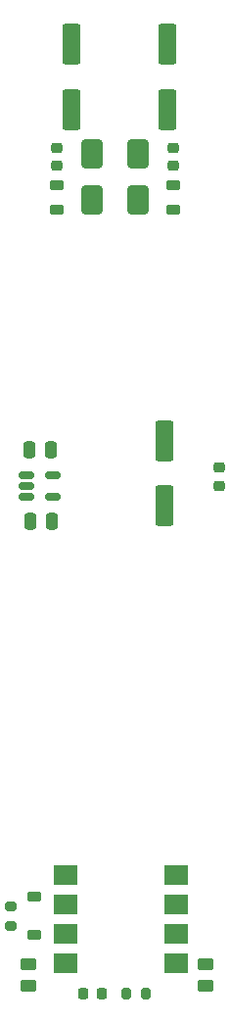
<source format=gbr>
%TF.GenerationSoftware,KiCad,Pcbnew,(7.0.0)*%
%TF.CreationDate,2023-05-21T11:17:02+02:00*%
%TF.ProjectId,midi-sync-module,6d696469-2d73-4796-9e63-2d6d6f64756c,rev?*%
%TF.SameCoordinates,Original*%
%TF.FileFunction,Paste,Bot*%
%TF.FilePolarity,Positive*%
%FSLAX46Y46*%
G04 Gerber Fmt 4.6, Leading zero omitted, Abs format (unit mm)*
G04 Created by KiCad (PCBNEW (7.0.0)) date 2023-05-21 11:17:02*
%MOMM*%
%LPD*%
G01*
G04 APERTURE LIST*
G04 Aperture macros list*
%AMRoundRect*
0 Rectangle with rounded corners*
0 $1 Rounding radius*
0 $2 $3 $4 $5 $6 $7 $8 $9 X,Y pos of 4 corners*
0 Add a 4 corners polygon primitive as box body*
4,1,4,$2,$3,$4,$5,$6,$7,$8,$9,$2,$3,0*
0 Add four circle primitives for the rounded corners*
1,1,$1+$1,$2,$3*
1,1,$1+$1,$4,$5*
1,1,$1+$1,$6,$7*
1,1,$1+$1,$8,$9*
0 Add four rect primitives between the rounded corners*
20,1,$1+$1,$2,$3,$4,$5,0*
20,1,$1+$1,$4,$5,$6,$7,0*
20,1,$1+$1,$6,$7,$8,$9,0*
20,1,$1+$1,$8,$9,$2,$3,0*%
G04 Aperture macros list end*
%ADD10RoundRect,0.250000X-0.550000X1.500000X-0.550000X-1.500000X0.550000X-1.500000X0.550000X1.500000X0*%
%ADD11RoundRect,0.218750X0.381250X-0.218750X0.381250X0.218750X-0.381250X0.218750X-0.381250X-0.218750X0*%
%ADD12RoundRect,0.250000X-0.450000X0.262500X-0.450000X-0.262500X0.450000X-0.262500X0.450000X0.262500X0*%
%ADD13RoundRect,0.225000X0.375000X-0.225000X0.375000X0.225000X-0.375000X0.225000X-0.375000X-0.225000X0*%
%ADD14RoundRect,0.200000X0.275000X-0.200000X0.275000X0.200000X-0.275000X0.200000X-0.275000X-0.200000X0*%
%ADD15RoundRect,0.150000X-0.512500X-0.150000X0.512500X-0.150000X0.512500X0.150000X-0.512500X0.150000X0*%
%ADD16RoundRect,0.250000X-0.650000X1.000000X-0.650000X-1.000000X0.650000X-1.000000X0.650000X1.000000X0*%
%ADD17RoundRect,0.200000X0.200000X0.275000X-0.200000X0.275000X-0.200000X-0.275000X0.200000X-0.275000X0*%
%ADD18RoundRect,0.225000X0.225000X0.250000X-0.225000X0.250000X-0.225000X-0.250000X0.225000X-0.250000X0*%
%ADD19RoundRect,0.250000X0.250000X0.475000X-0.250000X0.475000X-0.250000X-0.475000X0.250000X-0.475000X0*%
%ADD20RoundRect,0.250000X-0.250000X-0.475000X0.250000X-0.475000X0.250000X0.475000X-0.250000X0.475000X0*%
%ADD21RoundRect,0.225000X-0.250000X0.225000X-0.250000X-0.225000X0.250000X-0.225000X0.250000X0.225000X0*%
%ADD22RoundRect,0.250000X0.550000X-1.500000X0.550000X1.500000X-0.550000X1.500000X-0.550000X-1.500000X0*%
%ADD23RoundRect,0.250000X0.650000X-1.000000X0.650000X1.000000X-0.650000X1.000000X-0.650000X-1.000000X0*%
%ADD24R,2.000000X1.780000*%
G04 APERTURE END LIST*
D10*
%TO.C,C4*%
X189500000Y-41950000D03*
X189500000Y-47550000D03*
%TD*%
D11*
%TO.C,FB2*%
X190000000Y-56212500D03*
X190000000Y-54087500D03*
%TD*%
D12*
%TO.C,R9*%
X177500000Y-121425000D03*
X177500000Y-123250000D03*
%TD*%
D13*
%TO.C,D3*%
X178000000Y-118900000D03*
X178000000Y-115600000D03*
%TD*%
D14*
%TO.C,R5*%
X176000000Y-118075000D03*
X176000000Y-116425000D03*
%TD*%
D15*
%TO.C,U3*%
X177362500Y-81062500D03*
X177362500Y-80112500D03*
X177362500Y-79162500D03*
X179637500Y-79162500D03*
X179637500Y-81062500D03*
%TD*%
D16*
%TO.C,D1*%
X183000000Y-51400000D03*
X183000000Y-55400000D03*
%TD*%
D17*
%TO.C,R8*%
X187650000Y-124000000D03*
X186000000Y-124000000D03*
%TD*%
D18*
%TO.C,C7*%
X183825000Y-124000000D03*
X182275000Y-124000000D03*
%TD*%
D19*
%TO.C,C9*%
X179537500Y-83162500D03*
X177637500Y-83162500D03*
%TD*%
D20*
%TO.C,C8*%
X177550000Y-77000000D03*
X179450000Y-77000000D03*
%TD*%
D21*
%TO.C,C1*%
X180000000Y-50875000D03*
X180000000Y-52425000D03*
%TD*%
D10*
%TO.C,C6*%
X189250000Y-76200000D03*
X189250000Y-81800000D03*
%TD*%
D21*
%TO.C,C2*%
X190000000Y-50875000D03*
X190000000Y-52425000D03*
%TD*%
D11*
%TO.C,FB1*%
X180000000Y-56212500D03*
X180000000Y-54087500D03*
%TD*%
D21*
%TO.C,C5*%
X194000000Y-78525000D03*
X194000000Y-80075000D03*
%TD*%
D22*
%TO.C,C3*%
X181250000Y-47550000D03*
X181250000Y-41950000D03*
%TD*%
D23*
%TO.C,D2*%
X187000000Y-55400000D03*
X187000000Y-51400000D03*
%TD*%
D24*
%TO.C,U2*%
X180749999Y-121309999D03*
X180749999Y-118769999D03*
X180749999Y-116229999D03*
X180749999Y-113689999D03*
X190279999Y-113689999D03*
X190279999Y-116229999D03*
X190279999Y-118769999D03*
X190279999Y-121309999D03*
%TD*%
D12*
%TO.C,R10*%
X192800000Y-121425000D03*
X192800000Y-123250000D03*
%TD*%
M02*

</source>
